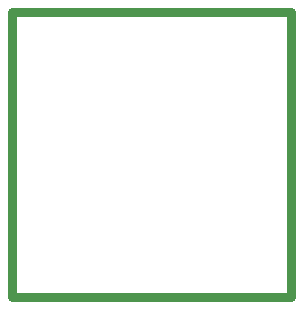
<source format=gm1>
%FSLAX25Y25*%
%MOIN*%
G70*
G01*
G75*
%ADD10C,0.01000*%
%ADD11R,0.02800X0.01500*%
%ADD12R,0.03150X0.03150*%
%ADD13R,0.03150X0.03150*%
%ADD14R,0.02300X0.03000*%
%ADD15R,0.05906X0.02362*%
%ADD16R,0.10000X0.03000*%
%ADD17C,0.02000*%
%ADD18C,0.01500*%
%ADD19C,0.03150*%
%ADD20C,0.03150*%
%ADD21C,0.02000*%
%ADD22C,0.01600*%
%ADD23C,0.05000*%
%ADD24C,0.00800*%
%ADD25C,0.01200*%
%ADD26C,0.00787*%
%ADD27C,0.00984*%
%ADD28R,0.17000X0.22638*%
%ADD29R,0.03600X0.02300*%
%ADD30R,0.03950X0.03950*%
%ADD31R,0.03950X0.03950*%
%ADD32R,0.03100X0.03800*%
%ADD33R,0.06706X0.03162*%
%ADD34R,0.10800X0.03800*%
%ADD35C,0.03950*%
%ADD36C,0.03950*%
%ADD37C,0.02800*%
%ADD38C,0.02400*%
%ADD39C,0.05800*%
%ADD40C,0.03000*%
D40*
X102000Y500500D02*
X195000D01*
Y405500D02*
Y500500D01*
X102000Y405500D02*
X195000D01*
X102000D02*
Y500500D01*
M02*

</source>
